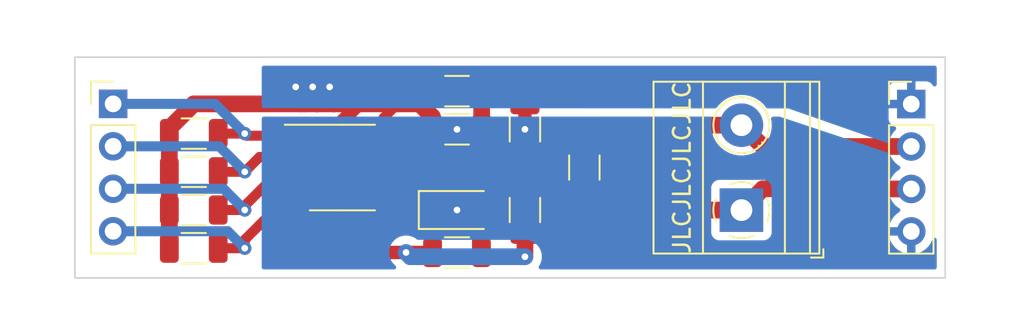
<source format=kicad_pcb>
(kicad_pcb (version 20211014) (generator pcbnew)
  (layers (0 "F.Cu" signal) (31 "B.Cu" signal) (34 "B.Paste" user) (35 "F.Paste" user) (36 "B.SilkS" user "B.Silkscreen") (37 "F.SilkS" user "F.Silkscreen") (38 "B.Mask" user) (39 "F.Mask" user) (44 "Edge.Cuts" user))
  (net 0 "")
  (net 1 "VCC")
  (net 2 "GND")
  (net 3 "Net-(D1-Pad2)")
  (net 4 "Net-(J1-Pad1)")
  (net 5 "Net-(J1-Pad2)")
  (net 6 "Net-(J1-Pad3)")
  (net 7 "Net-(J1-Pad4)")
  (net 8 "Net-(J2-Pad1)")
  (net 9 "Net-(J2-Pad2)")
  (footprint "Resistor_SMD:R_1206_3216Metric" (layer "F.Cu") (at 125.476 108.712)
    (fp_text reference "R1")
    (fp_text value "10k")
    (fp_line (start -0.727064 -0.91) (end 0.727064 -0.91) (layer "F.SilkS") (width 0.12))
    (fp_line (start -0.727064 0.91) (end 0.727064 0.91) (layer "F.SilkS") (width 0.12))
    (pad "1" smd roundrect locked (at -1.4625 0) (size 1.125 1.75) (layers "F.Cu" "F.Paste" "F.Mask") (roundrect_rratio 0.222222) (net 1 "VCC"))
    (pad "2" smd roundrect locked (at 1.4625 0) (size 1.125 1.75) (layers "F.Cu" "F.Paste" "F.Mask") (roundrect_rratio 0.222222) (net 4 "Net-(J1-Pad1)"))
  )
  (footprint "Resistor_SMD:R_1206_3216Metric" (layer "F.Cu") (at 145.288 113.284 90)
    (fp_text reference "R7")
    (fp_text value "20k")
    (fp_line (start -0.727064 -0.91) (end 0.727064 -0.91) (layer "F.SilkS") (width 0.12))
    (fp_line (start -0.727064 0.91) (end 0.727064 0.91) (layer "F.SilkS") (width 0.12))
    (pad "1" smd roundrect locked (at -1.4625 0 90) (size 1.125 1.75) (layers "F.Cu" "F.Paste" "F.Mask") (roundrect_rratio 0.222222) (net 1 "VCC"))
    (pad "2" smd roundrect locked (at 1.4625 0 90) (size 1.125 1.75) (layers "F.Cu" "F.Paste" "F.Mask") (roundrect_rratio 0.222222) (net 8 "Net-(J2-Pad1)"))
  )
  (footprint "Capacitor_SMD:C_1206_3216Metric" (layer "F.Cu") (at 141.224 106.172)
    (fp_text reference "C2")
    (fp_text value "100n")
    (fp_line (start -0.711252 0.91) (end 0.711252 0.91) (layer "F.SilkS") (width 0.12))
    (fp_line (start -0.711252 -0.91) (end 0.711252 -0.91) (layer "F.SilkS") (width 0.12))
    (pad "1" smd roundrect locked (at -1.475 0) (size 1.15 1.8) (layers "F.Cu" "F.Paste" "F.Mask") (roundrect_rratio 0.217391) (net 1 "VCC"))
    (pad "2" smd roundrect locked (at 1.475 0) (size 1.15 1.8) (layers "F.Cu" "F.Paste" "F.Mask") (roundrect_rratio 0.217391) (net 2 "GND"))
  )
  (footprint "Resistor_SMD:R_1206_3216Metric" (layer "F.Cu") (at 148.844 110.744 -90)
    (fp_text reference "R5")
    (fp_text value "120")
    (fp_line (start -0.727064 -0.91) (end 0.727064 -0.91) (layer "F.SilkS") (width 0.12))
    (fp_line (start -0.727064 0.91) (end 0.727064 0.91) (layer "F.SilkS") (width 0.12))
    (pad "1" smd roundrect locked (at -1.4625 0 270) (size 1.125 1.75) (layers "F.Cu" "F.Paste" "F.Mask") (roundrect_rratio 0.222222) (net 9 "Net-(J2-Pad2)"))
    (pad "2" smd roundrect locked (at 1.4625 0 270) (size 1.125 1.75) (layers "F.Cu" "F.Paste" "F.Mask") (roundrect_rratio 0.222222) (net 8 "Net-(J2-Pad1)"))
  )
  (footprint "Resistor_SMD:R_1206_3216Metric" (layer "F.Cu") (at 141.224 115.824)
    (fp_text reference "R6")
    (fp_text value "1k")
    (fp_line (start -0.727064 -0.91) (end 0.727064 -0.91) (layer "F.SilkS") (width 0.12))
    (fp_line (start -0.727064 0.91) (end 0.727064 0.91) (layer "F.SilkS") (width 0.12))
    (pad "1" smd roundrect locked (at -1.4625 0) (size 1.125 1.75) (layers "F.Cu" "F.Paste" "F.Mask") (roundrect_rratio 0.222222) (net 1 "VCC"))
    (pad "2" smd roundrect locked (at 1.4625 0) (size 1.125 1.75) (layers "F.Cu" "F.Paste" "F.Mask") (roundrect_rratio 0.222222) (net 3 "Net-(D1-Pad2)"))
  )
  (footprint "Resistor_SMD:R_1206_3216Metric" (layer "F.Cu") (at 125.476 113.284)
    (fp_text reference "R3")
    (fp_text value "10k")
    (fp_line (start -0.727064 0.91) (end 0.727064 0.91) (layer "F.SilkS") (width 0.12))
    (fp_line (start -0.727064 -0.91) (end 0.727064 -0.91) (layer "F.SilkS") (width 0.12))
    (pad "1" smd roundrect locked (at -1.4625 0) (size 1.125 1.75) (layers "F.Cu" "F.Paste" "F.Mask") (roundrect_rratio 0.222222) (net 1 "VCC"))
    (pad "2" smd roundrect locked (at 1.4625 0) (size 1.125 1.75) (layers "F.Cu" "F.Paste" "F.Mask") (roundrect_rratio 0.222222) (net 6 "Net-(J1-Pad3)"))
  )
  (footprint "TerminalBlock_Phoenix:TerminalBlock_Phoenix_MKDS-1,5-2-5.08_1x02_P5.08mm_Horizontal" (layer "F.Cu") (at 158.242 113.289 90)
    (fp_text reference "J2")
    (fp_text value "UC_Screw_Terminal_01X02")
    (fp_line (start -2.6 2.6) (end 7.68 2.6) (layer "F.SilkS") (width 0.12))
    (fp_line (start 7.68 -5.261) (end 7.68 4.66) (layer "F.SilkS") (width 0.12))
    (fp_line (start 4.046 1.239) (end 4.011 1.274) (layer "F.SilkS") (width 0.12))
    (fp_line (start -2.6 4.1) (end 7.68 4.1) (layer "F.SilkS") (width 0.12))
    (fp_line (start -2.6 -5.261) (end 7.68 -5.261) (layer "F.SilkS") (width 0.12))
    (fp_line (start -2.84 4.16) (end -2.84 4.9) (layer "F.SilkS") (width 0.12))
    (fp_line (start 6.355 -1.069) (end 6.308 -1.023) (layer "F.SilkS") (width 0.12))
    (fp_line (start -2.6 4.66) (end 7.68 4.66) (layer "F.SilkS") (width 0.12))
    (fp_line (start -2.6 -5.261) (end -2.6 4.66) (layer "F.SilkS") (width 0.12))
    (fp_line (start 3.853 1.023) (end 3.806 1.069) (layer "F.SilkS") (width 0.12))
    (fp_line (start 6.15 -1.275) (end 6.115 -1.239) (layer "F.SilkS") (width 0.12))
    (fp_line (start -2.84 4.9) (end -2.34 4.9) (layer "F.SilkS") (width 0.12))
    (fp_line (start -2.6 -2.301) (end 7.68 -2.301) (layer "F.SilkS") (width 0.12))
    (fp_arc (start 0.028805 1.680253) (mid -0.335551 1.646659) (end -0.684 1.535) (layer "F.SilkS") (width 0.12))
    (fp_arc (start -0.683042 -1.535427) (mid 0.000524 -1.680501) (end 0.684 -1.535) (layer "F.SilkS") (width 0.12))
    (fp_arc (start -1.535427 0.683042) (mid -1.680501 -0.000524) (end -1.535 -0.684) (layer "F.SilkS") (width 0.12))
    (fp_arc (start 1.535427 -0.683042) (mid 1.680501 0.000524) (end 1.535 0.684) (layer "F.SilkS") (width 0.12))
    (fp_arc (start 0.683318 1.534756) (mid 0.349292 1.643288) (end 0 1.68) (layer "F.SilkS") (width 0.12))
    (fp_circle (center 5.08 0) (end 6.76 0) (layer "F.SilkS") (width 0.12) (fill none))
    (pad "1" thru_hole rect locked (at 0 0 90) (size 2.6 2.6) (drill 1.3) (layers *.Cu *.Mask) (net 8 "Net-(J2-Pad1)"))
    (pad "2" thru_hole circle locked (at 5.08 0 90) (size 2.6 2.6) (drill 1.3) (layers *.Cu *.Mask) (net 9 "Net-(J2-Pad2)"))
  )
  (footprint "Connector_PinHeader_2.54mm:PinHeader_1x04_P2.54mm_Vertical" (layer "F.Cu") (at 120.65 106.934)
    (fp_text reference "J1")
    (fp_text value "Conn_01x04_Male")
    (fp_line (start -1.33 0) (end -1.33 -1.33) (layer "F.SilkS") (width 0.12))
    (fp_line (start -1.33 -1.33) (end 0 -1.33) (layer "F.SilkS") (width 0.12))
    (fp_line (start 1.33 1.27) (end 1.33 8.95) (layer "F.SilkS") (width 0.12))
    (fp_line (start -1.33 1.27) (end -1.33 8.95) (layer "F.SilkS") (width 0.12))
    (fp_line (start -1.33 8.95) (end 1.33 8.95) (layer "F.SilkS") (width 0.12))
    (fp_line (start -1.33 1.27) (end 1.33 1.27) (layer "F.SilkS") (width 0.12))
    (pad "1" thru_hole rect locked (at 0 0) (size 1.7 1.7) (drill 1) (layers *.Cu *.Mask) (net 4 "Net-(J1-Pad1)"))
    (pad "2" thru_hole oval locked (at 0 2.54) (size 1.7 1.7) (drill 1) (layers *.Cu *.Mask) (net 5 "Net-(J1-Pad2)"))
    (pad "3" thru_hole oval locked (at 0 5.08) (size 1.7 1.7) (drill 1) (layers *.Cu *.Mask) (net 6 "Net-(J1-Pad3)"))
    (pad "4" thru_hole oval locked (at 0 7.62) (size 1.7 1.7) (drill 1) (layers *.Cu *.Mask) (net 7 "Net-(J1-Pad4)"))
  )
  (footprint "Capacitor_SMD:C_1206_3216Metric" (layer "F.Cu") (at 141.224 108.458)
    (fp_text reference "C1")
    (fp_text value "10u")
    (fp_line (start -0.711252 -0.91) (end 0.711252 -0.91) (layer "F.SilkS") (width 0.12))
    (fp_line (start -0.711252 0.91) (end 0.711252 0.91) (layer "F.SilkS") (width 0.12))
    (pad "1" smd roundrect locked (at -1.475 0) (size 1.15 1.8) (layers "F.Cu" "F.Paste" "F.Mask") (roundrect_rratio 0.217391) (net 1 "VCC"))
    (pad "2" smd roundrect locked (at 1.475 0) (size 1.15 1.8) (layers "F.Cu" "F.Paste" "F.Mask") (roundrect_rratio 0.217391) (net 2 "GND"))
  )
  (footprint "Resistor_SMD:R_1206_3216Metric" (layer "F.Cu") (at 125.476 115.57)
    (fp_text reference "R4")
    (fp_text value "10k")
    (fp_line (start -0.727064 0.91) (end 0.727064 0.91) (layer "F.SilkS") (width 0.12))
    (fp_line (start -0.727064 -0.91) (end 0.727064 -0.91) (layer "F.SilkS") (width 0.12))
    (pad "1" smd roundrect locked (at -1.4625 0) (size 1.125 1.75) (layers "F.Cu" "F.Paste" "F.Mask") (roundrect_rratio 0.222222) (net 1 "VCC"))
    (pad "2" smd roundrect locked (at 1.4625 0) (size 1.125 1.75) (layers "F.Cu" "F.Paste" "F.Mask") (roundrect_rratio 0.222222) (net 7 "Net-(J1-Pad4)"))
  )
  (footprint "Resistor_SMD:R_1206_3216Metric" (layer "F.Cu") (at 125.476 110.998)
    (fp_text reference "R2")
    (fp_text value "10k")
    (fp_line (start -0.727064 0.91) (end 0.727064 0.91) (layer "F.SilkS") (width 0.12))
    (fp_line (start -0.727064 -0.91) (end 0.727064 -0.91) (layer "F.SilkS") (width 0.12))
    (pad "1" smd roundrect locked (at -1.4625 0) (size 1.125 1.75) (layers "F.Cu" "F.Paste" "F.Mask") (roundrect_rratio 0.222222) (net 1 "VCC"))
    (pad "2" smd roundrect locked (at 1.4625 0) (size 1.125 1.75) (layers "F.Cu" "F.Paste" "F.Mask") (roundrect_rratio 0.222222) (net 5 "Net-(J1-Pad2)"))
  )
  (footprint "Connector_PinHeader_2.54mm:PinHeader_1x04_P2.54mm_Vertical" (layer "F.Cu") (at 168.402 106.944)
    (fp_text reference "J3")
    (fp_text value "Conn_01x04_Male")
    (fp_line (start -1.33 8.95) (end 1.33 8.95) (layer "F.SilkS") (width 0.12))
    (fp_line (start 1.33 1.27) (end 1.33 8.95) (layer "F.SilkS") (width 0.12))
    (fp_line (start -1.33 0) (end -1.33 -1.33) (layer "F.SilkS") (width 0.12))
    (fp_line (start -1.33 1.27) (end -1.33 8.95) (layer "F.SilkS") (width 0.12))
    (fp_line (start -1.33 1.27) (end 1.33 1.27) (layer "F.SilkS") (width 0.12))
    (fp_line (start -1.33 -1.33) (end 0 -1.33) (layer "F.SilkS") (width 0.12))
    (pad "1" thru_hole rect locked (at 0 0) (size 1.7 1.7) (drill 1) (layers *.Cu *.Mask) (net 1 "VCC"))
    (pad "2" thru_hole oval locked (at 0 2.54) (size 1.7 1.7) (drill 1) (layers *.Cu *.Mask) (net 9 "Net-(J2-Pad2)"))
    (pad "3" thru_hole oval locked (at 0 5.08) (size 1.7 1.7) (drill 1) (layers *.Cu *.Mask) (net 8 "Net-(J2-Pad1)"))
    (pad "4" thru_hole oval locked (at 0 7.62) (size 1.7 1.7) (drill 1) (layers *.Cu *.Mask) (net 2 "GND"))
  )
  (footprint "Resistor_SMD:R_1206_3216Metric" (layer "F.Cu") (at 145.288 108.458 90)
    (fp_text reference "R8")
    (fp_text value "20k")
    (fp_line (start -0.727064 0.91) (end 0.727064 0.91) (layer "F.SilkS") (width 0.12))
    (fp_line (start -0.727064 -0.91) (end 0.727064 -0.91) (layer "F.SilkS") (width 0.12))
    (pad "1" smd roundrect locked (at -1.4625 0 90) (size 1.125 1.75) (layers "F.Cu" "F.Paste" "F.Mask") (roundrect_rratio 0.222222) (net 9 "Net-(J2-Pad2)"))
    (pad "2" smd roundrect locked (at 1.4625 0 90) (size 1.125 1.75) (layers "F.Cu" "F.Paste" "F.Mask") (roundrect_rratio 0.222222) (net 2 "GND"))
  )
  (footprint "LED_SMD:LED_1206_3216Metric" (layer "F.Cu") (at 141.224 113.284)
    (fp_text reference "D1")
    (fp_text value "LED")
    (fp_line (start -2.285 1.135) (end 1.6 1.135) (layer "F.SilkS") (width 0.12))
    (fp_line (start -2.285 -1.135) (end -2.285 1.135) (layer "F.SilkS") (width 0.12))
    (fp_line (start 1.6 -1.135) (end -2.285 -1.135) (layer "F.SilkS") (width 0.12))
    (pad "1" smd roundrect locked (at -1.4 0) (size 1.25 1.75) (layers "F.Cu" "F.Paste" "F.Mask") (roundrect_rratio 0.2) (net 2 "GND"))
    (pad "2" smd roundrect locked (at 1.4 0) (size 1.25 1.75) (layers "F.Cu" "F.Paste" "F.Mask") (roundrect_rratio 0.2) (net 3 "Net-(D1-Pad2)"))
  )
  (footprint "Package_SO:SOIC-8_3.9x4.9mm_P1.27mm" (layer "F.Cu") (at 134.366 110.744)
    (fp_text reference "U1")
    (fp_text value "MAX485E")
    (fp_line (start 0 2.56) (end 1.95 2.56) (layer "F.SilkS") (width 0.12))
    (fp_line (start 0 2.56) (end -1.95 2.56) (layer "F.SilkS") (width 0.12))
    (fp_line (start 0 -2.56) (end -3.45 -2.56) (layer "F.SilkS") (width 0.12))
    (fp_line (start 0 -2.56) (end 1.95 -2.56) (layer "F.SilkS") (width 0.12))
    (pad "1" smd roundrect locked (at -2.475 -1.905) (size 1.95 0.6) (layers "F.Cu" "F.Paste" "F.Mask") (net 4 "Net-(J1-Pad1)"))
    (pad "2" smd roundrect locked (at -2.475 -0.635) (size 1.95 0.6) (layers "F.Cu" "F.Paste" "F.Mask") (net 5 "Net-(J1-Pad2)"))
    (pad "3" smd roundrect locked (at -2.475 0.635) (size 1.95 0.6) (layers "F.Cu" "F.Paste" "F.Mask") (net 6 "Net-(J1-Pad3)"))
    (pad "4" smd roundrect locked (at -2.475 1.905) (size 1.95 0.6) (layers "F.Cu" "F.Paste" "F.Mask") (net 7 "Net-(J1-Pad4)"))
    (pad "5" smd roundrect locked (at 2.475 1.905) (size 1.95 0.6) (layers "F.Cu" "F.Paste" "F.Mask") (net 2 "GND"))
    (pad "6" smd roundrect locked (at 2.475 0.635) (size 1.95 0.6) (layers "F.Cu" "F.Paste" "F.Mask") (net 8 "Net-(J2-Pad1)"))
    (pad "7" smd roundrect locked (at 2.475 -0.635) (size 1.95 0.6) (layers "F.Cu" "F.Paste" "F.Mask") (net 9 "Net-(J2-Pad2)"))
    (pad "8" smd roundrect locked (at 2.475 -1.905) (size 1.95 0.6) (layers "F.Cu" "F.Paste" "F.Mask") (net 1 "VCC"))
  )
  (gr_rect (start 170.434 104.14) (end 118.364 117.348) (layer "Edge.Cuts") (width 0.1) (fill none))
  (gr_text "JLCJLCJLCJLC" (at 154.686 110.744 90) (layer "F.SilkS") (effects (font (size 1 1))))
  (segment (start 135.382 106.934) (end 137.668 106.934) (width 1) (layer "F.Cu") (net 1))
  (segment (start 134.366 107.95) (end 135.382 106.934) (width 0.8) (layer "F.Cu") (net 1))
  (segment (start 124.0135 115.57) (end 124.0135 113.284) (width 1) (layer "F.Cu") (net 1))
  (segment (start 132.588 105.918) (end 132.588 106.68) (width 1) (layer "F.Cu") (net 1))
  (segment (start 124.0135 108.712) (end 124.0135 108.3965) (width 1) (layer "F.Cu") (net 1))
  (segment (start 134.366 114.046) (end 134.366 107.95) (width 0.8) (layer "F.Cu") (net 1))
  (segment (start 133.858 106.934) (end 135.382 106.934) (width 1) (layer "F.Cu") (net 1))
  (segment (start 133.604 105.918) (end 133.604 106.68) (width 1) (layer "F.Cu") (net 1))
  (segment (start 124.0135 113.284) (end 124.0135 110.998) (width 1) (layer "F.Cu") (net 1))
  (segment (start 137.668 106.934) (end 138.987 106.934) (width 1) (layer "F.Cu") (net 1))
  (segment (start 125.476 106.934) (end 132.08 106.934) (width 1) (layer "F.Cu") (net 1))
  (segment (start 136.841 108.839) (end 136.841 107.761) (width 0.6) (layer "F.Cu") (net 1))
  (segment (start 139.7615 115.824) (end 138.176 115.824) (width 0.8) (layer "F.Cu") (net 1))
  (segment (start 138.987 106.934) (end 139.749 107.696) (width 1) (layer "F.Cu") (net 1))
  (segment (start 132.842 106.934) (end 133.858 106.934) (width 1) (layer "F.Cu") (net 1))
  (segment (start 131.572 105.918) (end 131.572 106.68) (width 1) (layer "F.Cu") (net 1))
  (segment (start 139.749 107.696) (end 139.749 108.458) (width 1) (layer "F.Cu") (net 1))
  (segment (start 131.572 106.68) (end 131.826 106.934) (width 1) (layer "F.Cu") (net 1))
  (segment (start 132.08 106.934) (end 132.842 106.934) (width 1) (layer "F.Cu") (net 1))
  (segment (start 145.288 116.078) (end 145.288 114.7465) (width 1) (layer "F.Cu") (net 1))
  (segment (start 124.0135 110.998) (end 124.0135 108.712) (width 1) (layer "F.Cu") (net 1))
  (segment (start 124.0135 108.3965) (end 125.476 106.934) (width 1) (layer "F.Cu") (net 1))
  (segment (start 138.987 106.934) (end 139.749 106.172) (width 1) (layer "F.Cu") (net 1))
  (segment (start 136.841 107.761) (end 137.668 106.934) (width 0.6) (layer "F.Cu") (net 1))
  (segment (start 136.144 115.824) (end 134.366 114.046) (width 0.8) (layer "F.Cu") (net 1))
  (segment (start 132.588 106.68) (end 132.842 106.934) (width 1) (layer "F.Cu") (net 1))
  (segment (start 138.176 115.824) (end 136.144 115.824) (width 0.8) (layer "F.Cu") (net 1))
  (segment (start 133.604 106.68) (end 133.858 106.934) (width 1) (layer "F.Cu") (net 1))
  (via (at 133.604 105.918) (size 0.8) (drill 0.4) (layers "F.Cu" "B.Cu") (net 1))
  (via (at 138.176 115.824) (size 0.8) (drill 0.4) (layers "F.Cu" "B.Cu") (net 1))
  (via (at 131.572 105.918) (size 0.8) (drill 0.4) (layers "F.Cu" "B.Cu") (net 1))
  (via (at 145.288 116.078) (size 0.8) (drill 0.4) (layers "F.Cu" "B.Cu") (net 1))
  (via (at 132.588 105.918) (size 0.8) (drill 0.4) (layers "F.Cu" "B.Cu") (net 1))
  (segment (start 138.43 116.078) (end 138.176 115.824) (width 1) (layer "B.Cu") (net 1))
  (segment (start 145.288 116.078) (end 138.43 116.078) (width 1) (layer "B.Cu") (net 1))
  (segment (start 142.699 108.458) (end 141.224 108.458) (width 0.8) (layer "F.Cu") (net 2))
  (segment (start 136.841 112.649) (end 139.189 112.649) (width 0.6) (layer "F.Cu") (net 2))
  (segment (start 142.699 108.458) (end 142.699 106.172) (width 1) (layer "F.Cu") (net 2))
  (segment (start 139.189 112.649) (end 139.824 113.284) (width 0.6) (layer "F.Cu") (net 2))
  (segment (start 145.288 108.458) (end 145.288 106.9955) (width 0.8) (layer "F.Cu") (net 2))
  (segment (start 139.824 113.284) (end 141.224 113.284) (width 0.8) (layer "F.Cu") (net 2))
  (via (at 141.224 108.458) (size 0.8) (drill 0.4) (layers "F.Cu" "B.Cu") (net 2))
  (via (at 141.224 113.284) (size 0.8) (drill 0.4) (layers "F.Cu" "B.Cu") (net 2))
  (via (at 145.288 108.458) (size 0.8) (drill 0.4) (layers "F.Cu" "B.Cu") (net 2))
  (segment (start 142.624 115.7615) (end 142.6865 115.824) (width 1) (layer "F.Cu") (net 3))
  (segment (start 142.624 113.284) (end 142.624 115.7615) (width 1) (layer "F.Cu") (net 3))
  (segment (start 131.891 108.839) (end 128.651 108.839) (width 0.6) (layer "F.Cu") (net 4))
  (segment (start 128.524 108.712) (end 126.9385 108.712) (width 0.6) (layer "F.Cu") (net 4))
  (segment (start 128.651 108.839) (end 128.524 108.712) (width 0.6) (layer "F.Cu") (net 4))
  (via (at 128.524 108.712) (size 0.8) (drill 0.4) (layers "F.Cu" "B.Cu") (net 4))
  (segment (start 128.524 108.712) (end 126.746 106.934) (width 0.6) (layer "B.Cu") (net 4))
  (segment (start 126.746 106.934) (end 120.65 106.934) (width 0.6) (layer "B.Cu") (net 4))
  (segment (start 131.891 110.109) (end 129.413 110.109) (width 0.6) (layer "F.Cu") (net 5))
  (segment (start 128.524 110.998) (end 126.9385 110.998) (width 0.6) (layer "F.Cu") (net 5))
  (segment (start 129.413 110.109) (end 128.524 110.998) (width 0.6) (layer "F.Cu") (net 5))
  (via (at 128.524 110.998) (size 0.8) (drill 0.4) (layers "F.Cu" "B.Cu") (net 5))
  (segment (start 128.524 110.998) (end 127 109.474) (width 0.6) (layer "B.Cu") (net 5))
  (segment (start 127 109.474) (end 120.65 109.474) (width 0.6) (layer "B.Cu") (net 5))
  (segment (start 128.524 113.284) (end 128.524 113.03) (width 0.6) (layer "F.Cu") (net 6))
  (segment (start 128.524 113.03) (end 130.175 111.379) (width 0.6) (layer "F.Cu") (net 6))
  (segment (start 128.524 113.284) (end 126.9385 113.284) (width 0.6) (layer "F.Cu") (net 6))
  (segment (start 130.175 111.379) (end 131.891 111.379) (width 0.6) (layer "F.Cu") (net 6))
  (via (at 128.524 113.284) (size 0.8) (drill 0.4) (layers "F.Cu" "B.Cu") (net 6))
  (segment (start 128.524 113.284) (end 127.254 112.014) (width 0.6) (layer "B.Cu") (net 6))
  (segment (start 127.254 112.014) (end 120.65 112.014) (width 0.6) (layer "B.Cu") (net 6))
  (segment (start 128.524 115.062) (end 128.524 115.57) (width 0.6) (layer "F.Cu") (net 7))
  (segment (start 128.524 115.57) (end 126.9385 115.57) (width 0.6) (layer "F.Cu") (net 7))
  (segment (start 130.937 112.649) (end 128.524 115.062) (width 0.6) (layer "F.Cu") (net 7))
  (segment (start 131.891 112.649) (end 130.937 112.649) (width 0.6) (layer "F.Cu") (net 7))
  (via (at 128.524 115.57) (size 0.8) (drill 0.4) (layers "F.Cu" "B.Cu") (net 7))
  (segment (start 127.508 114.554) (end 120.65 114.554) (width 0.6) (layer "B.Cu") (net 7))
  (segment (start 128.524 115.57) (end 127.508 114.554) (width 0.6) (layer "B.Cu") (net 7))
  (segment (start 136.841 111.379) (end 144.8455 111.379) (width 0.6) (layer "F.Cu") (net 8))
  (segment (start 160.528 112.014) (end 160.538 112.024) (width 1) (layer "F.Cu") (net 8))
  (segment (start 160.538 112.024) (end 168.402 112.024) (width 1) (layer "F.Cu") (net 8))
  (segment (start 144.8455 111.379) (end 145.288 111.8215) (width 0.6) (layer "F.Cu") (net 8))
  (segment (start 158.242 113.289) (end 159.517 112.014) (width 1) (layer "F.Cu") (net 8))
  (segment (start 149.9265 113.289) (end 148.844 112.2065) (width 1) (layer "F.Cu") (net 8))
  (segment (start 148.459 111.8215) (end 148.844 112.2065) (width 0.6) (layer "F.Cu") (net 8))
  (segment (start 158.242 113.289) (end 149.9265 113.289) (width 1) (layer "F.Cu") (net 8))
  (segment (start 159.517 112.014) (end 160.528 112.014) (width 1) (layer "F.Cu") (net 8))
  (segment (start 145.288 111.8215) (end 148.459 111.8215) (width 0.6) (layer "F.Cu") (net 8))
  (segment (start 145.288 109.9205) (end 148.205 109.9205) (width 0.6) (layer "F.Cu") (net 9))
  (segment (start 145.0995 110.109) (end 145.288 109.9205) (width 0.6) (layer "F.Cu") (net 9))
  (segment (start 148.205 109.9205) (end 148.844 109.2815) (width 0.6) (layer "F.Cu") (net 9))
  (segment (start 158.242 108.209) (end 149.9165 108.209) (width 1) (layer "F.Cu") (net 9))
  (segment (start 136.841 110.109) (end 145.0995 110.109) (width 0.6) (layer "F.Cu") (net 9))
  (segment (start 149.9165 108.209) (end 148.844 109.2815) (width 1) (layer "F.Cu") (net 9))
  (segment (start 159.517 109.484) (end 168.402 109.484) (width 1) (layer "F.Cu") (net 9))
  (segment (start 158.242 108.209) (end 159.517 109.484) (width 1) (layer "F.Cu") (net 9))
  (zone (net 2) (net_name "GND") (layer "B.Cu") (connect_pads (clearance 0.508)) (min_thickness 0.254) (fill yes (thermal_gap 0.508) (thermal_bridge_width 0.508))
    (polygon (pts (xy 170.434 110.998) (xy 170.434 117.348) (xy 129.54 117.348) (xy 129.54 107.696) (xy 160.528 107.696)))
  )
  (zone (net 1) (net_name "VCC") (layer "B.Cu") (connect_pads (clearance 0.508)) (min_thickness 0.254) (fill yes (thermal_gap 0.508) (thermal_bridge_width 0.508))
    (polygon (pts (xy 170.434 110.49) (xy 161.041189 107.207195) (xy 129.54 107.188) (xy 129.540238 104.139762) (xy 170.439427 104.158957)))
  )
)
</source>
